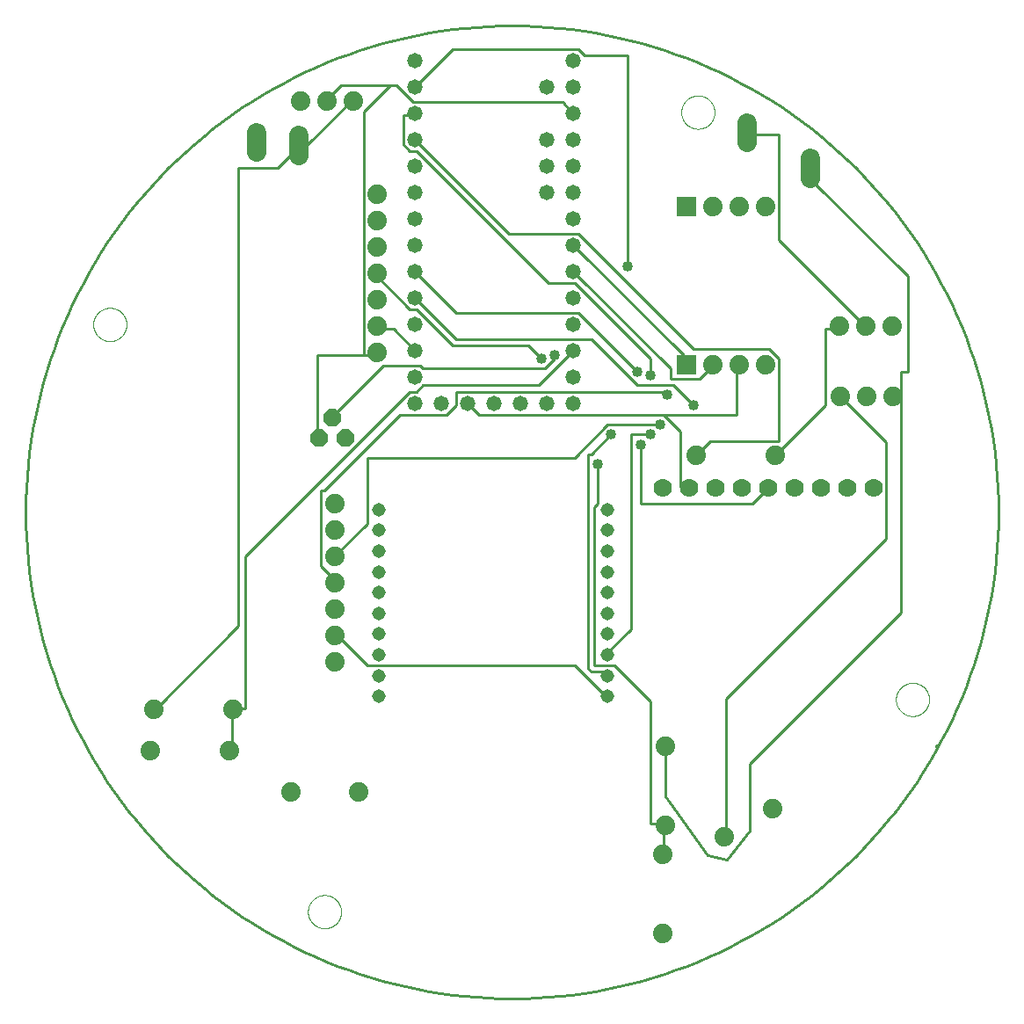
<source format=gtl>
G04 EAGLE Gerber X2 export*
%TF.Part,Single*%
%TF.FileFunction,Other,Top Layer*%
%TF.FilePolarity,Positive*%
%TF.GenerationSoftware,Autodesk,EAGLE,9.0.0*%
%TF.CreationDate,2018-04-25T18:29:15Z*%
G75*
%MOMM*%
%FSLAX34Y34*%
%LPD*%
%AMOC8*
5,1,8,0,0,1.08239X$1,22.5*%
G01*
%ADD10C,0.254000*%
%ADD11C,0.406400*%
%ADD12C,0.000000*%
%ADD13C,1.778000*%
%ADD14C,1.473200*%
%ADD15C,1.308000*%
%ADD16C,1.879600*%
%ADD17R,1.879600X1.879600*%
%ADD18C,1.879600*%
%ADD19P,1.814519X8X22.500000*%
%ADD20C,1.016000*%


D10*
X-468441Y-1524D02*
X-468300Y9972D01*
X-467877Y21461D01*
X-467172Y32937D01*
X-466185Y44391D01*
X-464918Y55818D01*
X-463371Y67211D01*
X-461544Y78562D01*
X-459440Y89864D01*
X-457059Y101112D01*
X-454402Y112298D01*
X-451472Y123415D01*
X-448270Y134457D01*
X-444798Y145417D01*
X-441058Y156289D01*
X-437052Y167066D01*
X-432783Y177741D01*
X-428253Y188308D01*
X-423466Y198760D01*
X-418423Y209092D01*
X-413128Y219298D01*
X-407584Y229370D01*
X-401795Y239303D01*
X-395764Y249091D01*
X-389494Y258728D01*
X-382990Y268208D01*
X-376255Y277526D01*
X-369294Y286676D01*
X-362110Y295652D01*
X-354708Y304449D01*
X-347092Y313062D01*
X-339267Y321485D01*
X-331238Y329714D01*
X-323009Y337743D01*
X-314586Y345568D01*
X-305973Y353184D01*
X-297176Y360586D01*
X-288200Y367770D01*
X-279050Y374731D01*
X-269732Y381466D01*
X-260252Y387970D01*
X-250615Y394240D01*
X-240827Y400271D01*
X-230894Y406060D01*
X-220822Y411604D01*
X-210616Y416899D01*
X-200284Y421942D01*
X-189832Y426729D01*
X-179265Y431259D01*
X-168590Y435528D01*
X-157813Y439534D01*
X-146941Y443274D01*
X-135981Y446746D01*
X-124939Y449948D01*
X-113822Y452878D01*
X-102636Y455535D01*
X-91388Y457916D01*
X-80086Y460020D01*
X-68735Y461847D01*
X-57342Y463394D01*
X-45915Y464661D01*
X-34461Y465648D01*
X-22985Y466353D01*
X-11496Y466776D01*
X0Y466917D01*
X11496Y466776D01*
X22985Y466353D01*
X34461Y465648D01*
X45915Y464661D01*
X57342Y463394D01*
X68735Y461847D01*
X80086Y460020D01*
X91388Y457916D01*
X102636Y455535D01*
X113822Y452878D01*
X124939Y449948D01*
X135981Y446746D01*
X146941Y443274D01*
X157813Y439534D01*
X168590Y435528D01*
X179265Y431259D01*
X189832Y426729D01*
X200284Y421942D01*
X210616Y416899D01*
X220822Y411604D01*
X230894Y406060D01*
X240827Y400271D01*
X250615Y394240D01*
X260252Y387970D01*
X269732Y381466D01*
X279050Y374731D01*
X288200Y367770D01*
X297176Y360586D01*
X305973Y353184D01*
X314586Y345568D01*
X323009Y337743D01*
X331238Y329714D01*
X339267Y321485D01*
X347092Y313062D01*
X354708Y304449D01*
X362110Y295652D01*
X369294Y286676D01*
X376255Y277526D01*
X382990Y268208D01*
X389494Y258728D01*
X395764Y249091D01*
X401795Y239303D01*
X407584Y229370D01*
X413128Y219298D01*
X418423Y209092D01*
X423466Y198760D01*
X428253Y188308D01*
X432783Y177741D01*
X437052Y167066D01*
X441058Y156289D01*
X444798Y145417D01*
X448270Y134457D01*
X451472Y123415D01*
X454402Y112298D01*
X457059Y101112D01*
X459440Y89864D01*
X461544Y78562D01*
X463371Y67211D01*
X464918Y55818D01*
X466185Y44391D01*
X467172Y32937D01*
X467877Y21461D01*
X468300Y9972D01*
X468441Y-1524D01*
X468300Y-13020D01*
X467877Y-24509D01*
X467172Y-35985D01*
X466185Y-47439D01*
X464918Y-58866D01*
X463371Y-70259D01*
X461544Y-81610D01*
X459440Y-92912D01*
X457059Y-104160D01*
X454402Y-115346D01*
X451472Y-126463D01*
X448270Y-137505D01*
X444798Y-148465D01*
X441058Y-159337D01*
X437052Y-170114D01*
X432783Y-180789D01*
X428253Y-191356D01*
X423466Y-201808D01*
X418423Y-212140D01*
X413128Y-222346D01*
X407584Y-232418D01*
X401795Y-242351D01*
X395764Y-252139D01*
X389494Y-261776D01*
X382990Y-271256D01*
X376255Y-280574D01*
X369294Y-289724D01*
X362110Y-298700D01*
X354708Y-307497D01*
X347092Y-316110D01*
X339267Y-324533D01*
X331238Y-332762D01*
X323009Y-340791D01*
X314586Y-348616D01*
X305973Y-356232D01*
X297176Y-363634D01*
X288200Y-370818D01*
X279050Y-377779D01*
X269732Y-384514D01*
X260252Y-391018D01*
X250615Y-397288D01*
X240827Y-403319D01*
X230894Y-409108D01*
X220822Y-414652D01*
X210616Y-419947D01*
X200284Y-424990D01*
X189832Y-429777D01*
X179265Y-434307D01*
X168590Y-438576D01*
X157813Y-442582D01*
X146941Y-446322D01*
X135981Y-449794D01*
X124939Y-452996D01*
X113822Y-455926D01*
X102636Y-458583D01*
X91388Y-460964D01*
X80086Y-463068D01*
X68735Y-464895D01*
X57342Y-466442D01*
X45915Y-467709D01*
X34461Y-468696D01*
X22985Y-469401D01*
X11496Y-469824D01*
X0Y-469965D01*
X-11496Y-469824D01*
X-22985Y-469401D01*
X-34461Y-468696D01*
X-45915Y-467709D01*
X-57342Y-466442D01*
X-68735Y-464895D01*
X-80086Y-463068D01*
X-91388Y-460964D01*
X-102636Y-458583D01*
X-113822Y-455926D01*
X-124939Y-452996D01*
X-135981Y-449794D01*
X-146941Y-446322D01*
X-157813Y-442582D01*
X-168590Y-438576D01*
X-179265Y-434307D01*
X-189832Y-429777D01*
X-200284Y-424990D01*
X-210616Y-419947D01*
X-220822Y-414652D01*
X-230894Y-409108D01*
X-240827Y-403319D01*
X-250615Y-397288D01*
X-260252Y-391018D01*
X-269732Y-384514D01*
X-279050Y-377779D01*
X-288200Y-370818D01*
X-297176Y-363634D01*
X-305973Y-356232D01*
X-314586Y-348616D01*
X-323009Y-340791D01*
X-331238Y-332762D01*
X-339267Y-324533D01*
X-347092Y-316110D01*
X-354708Y-307497D01*
X-362110Y-298700D01*
X-369294Y-289724D01*
X-376255Y-280574D01*
X-382990Y-271256D01*
X-389494Y-261776D01*
X-395764Y-252139D01*
X-401795Y-242351D01*
X-407584Y-232418D01*
X-413128Y-222346D01*
X-418423Y-212140D01*
X-423466Y-201808D01*
X-428253Y-191356D01*
X-432783Y-180789D01*
X-437052Y-170114D01*
X-441058Y-159337D01*
X-444798Y-148465D01*
X-448270Y-137505D01*
X-451472Y-126463D01*
X-454402Y-115346D01*
X-457059Y-104160D01*
X-459440Y-92912D01*
X-461544Y-81610D01*
X-463371Y-70259D01*
X-464918Y-58866D01*
X-466185Y-47439D01*
X-467172Y-35985D01*
X-467877Y-24509D01*
X-468300Y-13020D01*
X-468441Y-1524D01*
D11*
X409634Y-227580D02*
X409742Y-227350D01*
D12*
X163070Y383540D02*
X163075Y383933D01*
X163089Y384325D01*
X163113Y384717D01*
X163147Y385108D01*
X163190Y385499D01*
X163243Y385888D01*
X163306Y386275D01*
X163377Y386661D01*
X163459Y387046D01*
X163549Y387428D01*
X163650Y387807D01*
X163759Y388185D01*
X163878Y388559D01*
X164005Y388930D01*
X164142Y389298D01*
X164288Y389663D01*
X164443Y390024D01*
X164606Y390381D01*
X164778Y390734D01*
X164959Y391082D01*
X165149Y391426D01*
X165346Y391766D01*
X165552Y392100D01*
X165766Y392429D01*
X165989Y392753D01*
X166219Y393071D01*
X166456Y393384D01*
X166702Y393690D01*
X166955Y393991D01*
X167215Y394285D01*
X167482Y394573D01*
X167756Y394854D01*
X168037Y395128D01*
X168325Y395395D01*
X168619Y395655D01*
X168920Y395908D01*
X169226Y396154D01*
X169539Y396391D01*
X169857Y396621D01*
X170181Y396844D01*
X170510Y397058D01*
X170844Y397264D01*
X171184Y397461D01*
X171528Y397651D01*
X171876Y397832D01*
X172229Y398004D01*
X172586Y398167D01*
X172947Y398322D01*
X173312Y398468D01*
X173680Y398605D01*
X174051Y398732D01*
X174425Y398851D01*
X174803Y398960D01*
X175182Y399061D01*
X175564Y399151D01*
X175949Y399233D01*
X176335Y399304D01*
X176722Y399367D01*
X177111Y399420D01*
X177502Y399463D01*
X177893Y399497D01*
X178285Y399521D01*
X178677Y399535D01*
X179070Y399540D01*
X179463Y399535D01*
X179855Y399521D01*
X180247Y399497D01*
X180638Y399463D01*
X181029Y399420D01*
X181418Y399367D01*
X181805Y399304D01*
X182191Y399233D01*
X182576Y399151D01*
X182958Y399061D01*
X183337Y398960D01*
X183715Y398851D01*
X184089Y398732D01*
X184460Y398605D01*
X184828Y398468D01*
X185193Y398322D01*
X185554Y398167D01*
X185911Y398004D01*
X186264Y397832D01*
X186612Y397651D01*
X186956Y397461D01*
X187296Y397264D01*
X187630Y397058D01*
X187959Y396844D01*
X188283Y396621D01*
X188601Y396391D01*
X188914Y396154D01*
X189220Y395908D01*
X189521Y395655D01*
X189815Y395395D01*
X190103Y395128D01*
X190384Y394854D01*
X190658Y394573D01*
X190925Y394285D01*
X191185Y393991D01*
X191438Y393690D01*
X191684Y393384D01*
X191921Y393071D01*
X192151Y392753D01*
X192374Y392429D01*
X192588Y392100D01*
X192794Y391766D01*
X192991Y391426D01*
X193181Y391082D01*
X193362Y390734D01*
X193534Y390381D01*
X193697Y390024D01*
X193852Y389663D01*
X193998Y389298D01*
X194135Y388930D01*
X194262Y388559D01*
X194381Y388185D01*
X194490Y387807D01*
X194591Y387428D01*
X194681Y387046D01*
X194763Y386661D01*
X194834Y386275D01*
X194897Y385888D01*
X194950Y385499D01*
X194993Y385108D01*
X195027Y384717D01*
X195051Y384325D01*
X195065Y383933D01*
X195070Y383540D01*
X195065Y383147D01*
X195051Y382755D01*
X195027Y382363D01*
X194993Y381972D01*
X194950Y381581D01*
X194897Y381192D01*
X194834Y380805D01*
X194763Y380419D01*
X194681Y380034D01*
X194591Y379652D01*
X194490Y379273D01*
X194381Y378895D01*
X194262Y378521D01*
X194135Y378150D01*
X193998Y377782D01*
X193852Y377417D01*
X193697Y377056D01*
X193534Y376699D01*
X193362Y376346D01*
X193181Y375998D01*
X192991Y375654D01*
X192794Y375314D01*
X192588Y374980D01*
X192374Y374651D01*
X192151Y374327D01*
X191921Y374009D01*
X191684Y373696D01*
X191438Y373390D01*
X191185Y373089D01*
X190925Y372795D01*
X190658Y372507D01*
X190384Y372226D01*
X190103Y371952D01*
X189815Y371685D01*
X189521Y371425D01*
X189220Y371172D01*
X188914Y370926D01*
X188601Y370689D01*
X188283Y370459D01*
X187959Y370236D01*
X187630Y370022D01*
X187296Y369816D01*
X186956Y369619D01*
X186612Y369429D01*
X186264Y369248D01*
X185911Y369076D01*
X185554Y368913D01*
X185193Y368758D01*
X184828Y368612D01*
X184460Y368475D01*
X184089Y368348D01*
X183715Y368229D01*
X183337Y368120D01*
X182958Y368019D01*
X182576Y367929D01*
X182191Y367847D01*
X181805Y367776D01*
X181418Y367713D01*
X181029Y367660D01*
X180638Y367617D01*
X180247Y367583D01*
X179855Y367559D01*
X179463Y367545D01*
X179070Y367540D01*
X178677Y367545D01*
X178285Y367559D01*
X177893Y367583D01*
X177502Y367617D01*
X177111Y367660D01*
X176722Y367713D01*
X176335Y367776D01*
X175949Y367847D01*
X175564Y367929D01*
X175182Y368019D01*
X174803Y368120D01*
X174425Y368229D01*
X174051Y368348D01*
X173680Y368475D01*
X173312Y368612D01*
X172947Y368758D01*
X172586Y368913D01*
X172229Y369076D01*
X171876Y369248D01*
X171528Y369429D01*
X171184Y369619D01*
X170844Y369816D01*
X170510Y370022D01*
X170181Y370236D01*
X169857Y370459D01*
X169539Y370689D01*
X169226Y370926D01*
X168920Y371172D01*
X168619Y371425D01*
X168325Y371685D01*
X168037Y371952D01*
X167756Y372226D01*
X167482Y372507D01*
X167215Y372795D01*
X166955Y373089D01*
X166702Y373390D01*
X166456Y373696D01*
X166219Y374009D01*
X165989Y374327D01*
X165766Y374651D01*
X165552Y374980D01*
X165346Y375314D01*
X165149Y375654D01*
X164959Y375998D01*
X164778Y376346D01*
X164606Y376699D01*
X164443Y377056D01*
X164288Y377417D01*
X164142Y377782D01*
X164005Y378150D01*
X163878Y378521D01*
X163759Y378895D01*
X163650Y379273D01*
X163549Y379652D01*
X163459Y380034D01*
X163377Y380419D01*
X163306Y380805D01*
X163243Y381192D01*
X163190Y381581D01*
X163147Y381972D01*
X163113Y382363D01*
X163089Y382755D01*
X163075Y383147D01*
X163070Y383540D01*
X369826Y-182118D02*
X369831Y-181725D01*
X369845Y-181333D01*
X369869Y-180941D01*
X369903Y-180550D01*
X369946Y-180159D01*
X369999Y-179770D01*
X370062Y-179383D01*
X370133Y-178997D01*
X370215Y-178612D01*
X370305Y-178230D01*
X370406Y-177851D01*
X370515Y-177473D01*
X370634Y-177099D01*
X370761Y-176728D01*
X370898Y-176360D01*
X371044Y-175995D01*
X371199Y-175634D01*
X371362Y-175277D01*
X371534Y-174924D01*
X371715Y-174576D01*
X371905Y-174232D01*
X372102Y-173892D01*
X372308Y-173558D01*
X372522Y-173229D01*
X372745Y-172905D01*
X372975Y-172587D01*
X373212Y-172274D01*
X373458Y-171968D01*
X373711Y-171667D01*
X373971Y-171373D01*
X374238Y-171085D01*
X374512Y-170804D01*
X374793Y-170530D01*
X375081Y-170263D01*
X375375Y-170003D01*
X375676Y-169750D01*
X375982Y-169504D01*
X376295Y-169267D01*
X376613Y-169037D01*
X376937Y-168814D01*
X377266Y-168600D01*
X377600Y-168394D01*
X377940Y-168197D01*
X378284Y-168007D01*
X378632Y-167826D01*
X378985Y-167654D01*
X379342Y-167491D01*
X379703Y-167336D01*
X380068Y-167190D01*
X380436Y-167053D01*
X380807Y-166926D01*
X381181Y-166807D01*
X381559Y-166698D01*
X381938Y-166597D01*
X382320Y-166507D01*
X382705Y-166425D01*
X383091Y-166354D01*
X383478Y-166291D01*
X383867Y-166238D01*
X384258Y-166195D01*
X384649Y-166161D01*
X385041Y-166137D01*
X385433Y-166123D01*
X385826Y-166118D01*
X386219Y-166123D01*
X386611Y-166137D01*
X387003Y-166161D01*
X387394Y-166195D01*
X387785Y-166238D01*
X388174Y-166291D01*
X388561Y-166354D01*
X388947Y-166425D01*
X389332Y-166507D01*
X389714Y-166597D01*
X390093Y-166698D01*
X390471Y-166807D01*
X390845Y-166926D01*
X391216Y-167053D01*
X391584Y-167190D01*
X391949Y-167336D01*
X392310Y-167491D01*
X392667Y-167654D01*
X393020Y-167826D01*
X393368Y-168007D01*
X393712Y-168197D01*
X394052Y-168394D01*
X394386Y-168600D01*
X394715Y-168814D01*
X395039Y-169037D01*
X395357Y-169267D01*
X395670Y-169504D01*
X395976Y-169750D01*
X396277Y-170003D01*
X396571Y-170263D01*
X396859Y-170530D01*
X397140Y-170804D01*
X397414Y-171085D01*
X397681Y-171373D01*
X397941Y-171667D01*
X398194Y-171968D01*
X398440Y-172274D01*
X398677Y-172587D01*
X398907Y-172905D01*
X399130Y-173229D01*
X399344Y-173558D01*
X399550Y-173892D01*
X399747Y-174232D01*
X399937Y-174576D01*
X400118Y-174924D01*
X400290Y-175277D01*
X400453Y-175634D01*
X400608Y-175995D01*
X400754Y-176360D01*
X400891Y-176728D01*
X401018Y-177099D01*
X401137Y-177473D01*
X401246Y-177851D01*
X401347Y-178230D01*
X401437Y-178612D01*
X401519Y-178997D01*
X401590Y-179383D01*
X401653Y-179770D01*
X401706Y-180159D01*
X401749Y-180550D01*
X401783Y-180941D01*
X401807Y-181333D01*
X401821Y-181725D01*
X401826Y-182118D01*
X401821Y-182511D01*
X401807Y-182903D01*
X401783Y-183295D01*
X401749Y-183686D01*
X401706Y-184077D01*
X401653Y-184466D01*
X401590Y-184853D01*
X401519Y-185239D01*
X401437Y-185624D01*
X401347Y-186006D01*
X401246Y-186385D01*
X401137Y-186763D01*
X401018Y-187137D01*
X400891Y-187508D01*
X400754Y-187876D01*
X400608Y-188241D01*
X400453Y-188602D01*
X400290Y-188959D01*
X400118Y-189312D01*
X399937Y-189660D01*
X399747Y-190004D01*
X399550Y-190344D01*
X399344Y-190678D01*
X399130Y-191007D01*
X398907Y-191331D01*
X398677Y-191649D01*
X398440Y-191962D01*
X398194Y-192268D01*
X397941Y-192569D01*
X397681Y-192863D01*
X397414Y-193151D01*
X397140Y-193432D01*
X396859Y-193706D01*
X396571Y-193973D01*
X396277Y-194233D01*
X395976Y-194486D01*
X395670Y-194732D01*
X395357Y-194969D01*
X395039Y-195199D01*
X394715Y-195422D01*
X394386Y-195636D01*
X394052Y-195842D01*
X393712Y-196039D01*
X393368Y-196229D01*
X393020Y-196410D01*
X392667Y-196582D01*
X392310Y-196745D01*
X391949Y-196900D01*
X391584Y-197046D01*
X391216Y-197183D01*
X390845Y-197310D01*
X390471Y-197429D01*
X390093Y-197538D01*
X389714Y-197639D01*
X389332Y-197729D01*
X388947Y-197811D01*
X388561Y-197882D01*
X388174Y-197945D01*
X387785Y-197998D01*
X387394Y-198041D01*
X387003Y-198075D01*
X386611Y-198099D01*
X386219Y-198113D01*
X385826Y-198118D01*
X385433Y-198113D01*
X385041Y-198099D01*
X384649Y-198075D01*
X384258Y-198041D01*
X383867Y-197998D01*
X383478Y-197945D01*
X383091Y-197882D01*
X382705Y-197811D01*
X382320Y-197729D01*
X381938Y-197639D01*
X381559Y-197538D01*
X381181Y-197429D01*
X380807Y-197310D01*
X380436Y-197183D01*
X380068Y-197046D01*
X379703Y-196900D01*
X379342Y-196745D01*
X378985Y-196582D01*
X378632Y-196410D01*
X378284Y-196229D01*
X377940Y-196039D01*
X377600Y-195842D01*
X377266Y-195636D01*
X376937Y-195422D01*
X376613Y-195199D01*
X376295Y-194969D01*
X375982Y-194732D01*
X375676Y-194486D01*
X375375Y-194233D01*
X375081Y-193973D01*
X374793Y-193706D01*
X374512Y-193432D01*
X374238Y-193151D01*
X373971Y-192863D01*
X373711Y-192569D01*
X373458Y-192268D01*
X373212Y-191962D01*
X372975Y-191649D01*
X372745Y-191331D01*
X372522Y-191007D01*
X372308Y-190678D01*
X372102Y-190344D01*
X371905Y-190004D01*
X371715Y-189660D01*
X371534Y-189312D01*
X371362Y-188959D01*
X371199Y-188602D01*
X371044Y-188241D01*
X370898Y-187876D01*
X370761Y-187508D01*
X370634Y-187137D01*
X370515Y-186763D01*
X370406Y-186385D01*
X370305Y-186006D01*
X370215Y-185624D01*
X370133Y-185239D01*
X370062Y-184853D01*
X369999Y-184466D01*
X369946Y-184077D01*
X369903Y-183686D01*
X369869Y-183295D01*
X369845Y-182903D01*
X369831Y-182511D01*
X369826Y-182118D01*
X-403350Y179070D02*
X-403345Y179463D01*
X-403331Y179855D01*
X-403307Y180247D01*
X-403273Y180638D01*
X-403230Y181029D01*
X-403177Y181418D01*
X-403114Y181805D01*
X-403043Y182191D01*
X-402961Y182576D01*
X-402871Y182958D01*
X-402770Y183337D01*
X-402661Y183715D01*
X-402542Y184089D01*
X-402415Y184460D01*
X-402278Y184828D01*
X-402132Y185193D01*
X-401977Y185554D01*
X-401814Y185911D01*
X-401642Y186264D01*
X-401461Y186612D01*
X-401271Y186956D01*
X-401074Y187296D01*
X-400868Y187630D01*
X-400654Y187959D01*
X-400431Y188283D01*
X-400201Y188601D01*
X-399964Y188914D01*
X-399718Y189220D01*
X-399465Y189521D01*
X-399205Y189815D01*
X-398938Y190103D01*
X-398664Y190384D01*
X-398383Y190658D01*
X-398095Y190925D01*
X-397801Y191185D01*
X-397500Y191438D01*
X-397194Y191684D01*
X-396881Y191921D01*
X-396563Y192151D01*
X-396239Y192374D01*
X-395910Y192588D01*
X-395576Y192794D01*
X-395236Y192991D01*
X-394892Y193181D01*
X-394544Y193362D01*
X-394191Y193534D01*
X-393834Y193697D01*
X-393473Y193852D01*
X-393108Y193998D01*
X-392740Y194135D01*
X-392369Y194262D01*
X-391995Y194381D01*
X-391617Y194490D01*
X-391238Y194591D01*
X-390856Y194681D01*
X-390471Y194763D01*
X-390085Y194834D01*
X-389698Y194897D01*
X-389309Y194950D01*
X-388918Y194993D01*
X-388527Y195027D01*
X-388135Y195051D01*
X-387743Y195065D01*
X-387350Y195070D01*
X-386957Y195065D01*
X-386565Y195051D01*
X-386173Y195027D01*
X-385782Y194993D01*
X-385391Y194950D01*
X-385002Y194897D01*
X-384615Y194834D01*
X-384229Y194763D01*
X-383844Y194681D01*
X-383462Y194591D01*
X-383083Y194490D01*
X-382705Y194381D01*
X-382331Y194262D01*
X-381960Y194135D01*
X-381592Y193998D01*
X-381227Y193852D01*
X-380866Y193697D01*
X-380509Y193534D01*
X-380156Y193362D01*
X-379808Y193181D01*
X-379464Y192991D01*
X-379124Y192794D01*
X-378790Y192588D01*
X-378461Y192374D01*
X-378137Y192151D01*
X-377819Y191921D01*
X-377506Y191684D01*
X-377200Y191438D01*
X-376899Y191185D01*
X-376605Y190925D01*
X-376317Y190658D01*
X-376036Y190384D01*
X-375762Y190103D01*
X-375495Y189815D01*
X-375235Y189521D01*
X-374982Y189220D01*
X-374736Y188914D01*
X-374499Y188601D01*
X-374269Y188283D01*
X-374046Y187959D01*
X-373832Y187630D01*
X-373626Y187296D01*
X-373429Y186956D01*
X-373239Y186612D01*
X-373058Y186264D01*
X-372886Y185911D01*
X-372723Y185554D01*
X-372568Y185193D01*
X-372422Y184828D01*
X-372285Y184460D01*
X-372158Y184089D01*
X-372039Y183715D01*
X-371930Y183337D01*
X-371829Y182958D01*
X-371739Y182576D01*
X-371657Y182191D01*
X-371586Y181805D01*
X-371523Y181418D01*
X-371470Y181029D01*
X-371427Y180638D01*
X-371393Y180247D01*
X-371369Y179855D01*
X-371355Y179463D01*
X-371350Y179070D01*
X-371355Y178677D01*
X-371369Y178285D01*
X-371393Y177893D01*
X-371427Y177502D01*
X-371470Y177111D01*
X-371523Y176722D01*
X-371586Y176335D01*
X-371657Y175949D01*
X-371739Y175564D01*
X-371829Y175182D01*
X-371930Y174803D01*
X-372039Y174425D01*
X-372158Y174051D01*
X-372285Y173680D01*
X-372422Y173312D01*
X-372568Y172947D01*
X-372723Y172586D01*
X-372886Y172229D01*
X-373058Y171876D01*
X-373239Y171528D01*
X-373429Y171184D01*
X-373626Y170844D01*
X-373832Y170510D01*
X-374046Y170181D01*
X-374269Y169857D01*
X-374499Y169539D01*
X-374736Y169226D01*
X-374982Y168920D01*
X-375235Y168619D01*
X-375495Y168325D01*
X-375762Y168037D01*
X-376036Y167756D01*
X-376317Y167482D01*
X-376605Y167215D01*
X-376899Y166955D01*
X-377200Y166702D01*
X-377506Y166456D01*
X-377819Y166219D01*
X-378137Y165989D01*
X-378461Y165766D01*
X-378790Y165552D01*
X-379124Y165346D01*
X-379464Y165149D01*
X-379808Y164959D01*
X-380156Y164778D01*
X-380509Y164606D01*
X-380866Y164443D01*
X-381227Y164288D01*
X-381592Y164142D01*
X-381960Y164005D01*
X-382331Y163878D01*
X-382705Y163759D01*
X-383083Y163650D01*
X-383462Y163549D01*
X-383844Y163459D01*
X-384229Y163377D01*
X-384615Y163306D01*
X-385002Y163243D01*
X-385391Y163190D01*
X-385782Y163147D01*
X-386173Y163113D01*
X-386565Y163089D01*
X-386957Y163075D01*
X-387350Y163070D01*
X-387743Y163075D01*
X-388135Y163089D01*
X-388527Y163113D01*
X-388918Y163147D01*
X-389309Y163190D01*
X-389698Y163243D01*
X-390085Y163306D01*
X-390471Y163377D01*
X-390856Y163459D01*
X-391238Y163549D01*
X-391617Y163650D01*
X-391995Y163759D01*
X-392369Y163878D01*
X-392740Y164005D01*
X-393108Y164142D01*
X-393473Y164288D01*
X-393834Y164443D01*
X-394191Y164606D01*
X-394544Y164778D01*
X-394892Y164959D01*
X-395236Y165149D01*
X-395576Y165346D01*
X-395910Y165552D01*
X-396239Y165766D01*
X-396563Y165989D01*
X-396881Y166219D01*
X-397194Y166456D01*
X-397500Y166702D01*
X-397801Y166955D01*
X-398095Y167215D01*
X-398383Y167482D01*
X-398664Y167756D01*
X-398938Y168037D01*
X-399205Y168325D01*
X-399465Y168619D01*
X-399718Y168920D01*
X-399964Y169226D01*
X-400201Y169539D01*
X-400431Y169857D01*
X-400654Y170181D01*
X-400868Y170510D01*
X-401074Y170844D01*
X-401271Y171184D01*
X-401461Y171528D01*
X-401642Y171876D01*
X-401814Y172229D01*
X-401977Y172586D01*
X-402132Y172947D01*
X-402278Y173312D01*
X-402415Y173680D01*
X-402542Y174051D01*
X-402661Y174425D01*
X-402770Y174803D01*
X-402871Y175182D01*
X-402961Y175564D01*
X-403043Y175949D01*
X-403114Y176335D01*
X-403177Y176722D01*
X-403230Y177111D01*
X-403273Y177502D01*
X-403307Y177893D01*
X-403331Y178285D01*
X-403345Y178677D01*
X-403350Y179070D01*
X-196594Y-386588D02*
X-196589Y-386195D01*
X-196575Y-385803D01*
X-196551Y-385411D01*
X-196517Y-385020D01*
X-196474Y-384629D01*
X-196421Y-384240D01*
X-196358Y-383853D01*
X-196287Y-383467D01*
X-196205Y-383082D01*
X-196115Y-382700D01*
X-196014Y-382321D01*
X-195905Y-381943D01*
X-195786Y-381569D01*
X-195659Y-381198D01*
X-195522Y-380830D01*
X-195376Y-380465D01*
X-195221Y-380104D01*
X-195058Y-379747D01*
X-194886Y-379394D01*
X-194705Y-379046D01*
X-194515Y-378702D01*
X-194318Y-378362D01*
X-194112Y-378028D01*
X-193898Y-377699D01*
X-193675Y-377375D01*
X-193445Y-377057D01*
X-193208Y-376744D01*
X-192962Y-376438D01*
X-192709Y-376137D01*
X-192449Y-375843D01*
X-192182Y-375555D01*
X-191908Y-375274D01*
X-191627Y-375000D01*
X-191339Y-374733D01*
X-191045Y-374473D01*
X-190744Y-374220D01*
X-190438Y-373974D01*
X-190125Y-373737D01*
X-189807Y-373507D01*
X-189483Y-373284D01*
X-189154Y-373070D01*
X-188820Y-372864D01*
X-188480Y-372667D01*
X-188136Y-372477D01*
X-187788Y-372296D01*
X-187435Y-372124D01*
X-187078Y-371961D01*
X-186717Y-371806D01*
X-186352Y-371660D01*
X-185984Y-371523D01*
X-185613Y-371396D01*
X-185239Y-371277D01*
X-184861Y-371168D01*
X-184482Y-371067D01*
X-184100Y-370977D01*
X-183715Y-370895D01*
X-183329Y-370824D01*
X-182942Y-370761D01*
X-182553Y-370708D01*
X-182162Y-370665D01*
X-181771Y-370631D01*
X-181379Y-370607D01*
X-180987Y-370593D01*
X-180594Y-370588D01*
X-180201Y-370593D01*
X-179809Y-370607D01*
X-179417Y-370631D01*
X-179026Y-370665D01*
X-178635Y-370708D01*
X-178246Y-370761D01*
X-177859Y-370824D01*
X-177473Y-370895D01*
X-177088Y-370977D01*
X-176706Y-371067D01*
X-176327Y-371168D01*
X-175949Y-371277D01*
X-175575Y-371396D01*
X-175204Y-371523D01*
X-174836Y-371660D01*
X-174471Y-371806D01*
X-174110Y-371961D01*
X-173753Y-372124D01*
X-173400Y-372296D01*
X-173052Y-372477D01*
X-172708Y-372667D01*
X-172368Y-372864D01*
X-172034Y-373070D01*
X-171705Y-373284D01*
X-171381Y-373507D01*
X-171063Y-373737D01*
X-170750Y-373974D01*
X-170444Y-374220D01*
X-170143Y-374473D01*
X-169849Y-374733D01*
X-169561Y-375000D01*
X-169280Y-375274D01*
X-169006Y-375555D01*
X-168739Y-375843D01*
X-168479Y-376137D01*
X-168226Y-376438D01*
X-167980Y-376744D01*
X-167743Y-377057D01*
X-167513Y-377375D01*
X-167290Y-377699D01*
X-167076Y-378028D01*
X-166870Y-378362D01*
X-166673Y-378702D01*
X-166483Y-379046D01*
X-166302Y-379394D01*
X-166130Y-379747D01*
X-165967Y-380104D01*
X-165812Y-380465D01*
X-165666Y-380830D01*
X-165529Y-381198D01*
X-165402Y-381569D01*
X-165283Y-381943D01*
X-165174Y-382321D01*
X-165073Y-382700D01*
X-164983Y-383082D01*
X-164901Y-383467D01*
X-164830Y-383853D01*
X-164767Y-384240D01*
X-164714Y-384629D01*
X-164671Y-385020D01*
X-164637Y-385411D01*
X-164613Y-385803D01*
X-164599Y-386195D01*
X-164594Y-386588D01*
X-164599Y-386981D01*
X-164613Y-387373D01*
X-164637Y-387765D01*
X-164671Y-388156D01*
X-164714Y-388547D01*
X-164767Y-388936D01*
X-164830Y-389323D01*
X-164901Y-389709D01*
X-164983Y-390094D01*
X-165073Y-390476D01*
X-165174Y-390855D01*
X-165283Y-391233D01*
X-165402Y-391607D01*
X-165529Y-391978D01*
X-165666Y-392346D01*
X-165812Y-392711D01*
X-165967Y-393072D01*
X-166130Y-393429D01*
X-166302Y-393782D01*
X-166483Y-394130D01*
X-166673Y-394474D01*
X-166870Y-394814D01*
X-167076Y-395148D01*
X-167290Y-395477D01*
X-167513Y-395801D01*
X-167743Y-396119D01*
X-167980Y-396432D01*
X-168226Y-396738D01*
X-168479Y-397039D01*
X-168739Y-397333D01*
X-169006Y-397621D01*
X-169280Y-397902D01*
X-169561Y-398176D01*
X-169849Y-398443D01*
X-170143Y-398703D01*
X-170444Y-398956D01*
X-170750Y-399202D01*
X-171063Y-399439D01*
X-171381Y-399669D01*
X-171705Y-399892D01*
X-172034Y-400106D01*
X-172368Y-400312D01*
X-172708Y-400509D01*
X-173052Y-400699D01*
X-173400Y-400880D01*
X-173753Y-401052D01*
X-174110Y-401215D01*
X-174471Y-401370D01*
X-174836Y-401516D01*
X-175204Y-401653D01*
X-175575Y-401780D01*
X-175949Y-401899D01*
X-176327Y-402008D01*
X-176706Y-402109D01*
X-177088Y-402199D01*
X-177473Y-402281D01*
X-177859Y-402352D01*
X-178246Y-402415D01*
X-178635Y-402468D01*
X-179026Y-402511D01*
X-179417Y-402545D01*
X-179809Y-402569D01*
X-180201Y-402583D01*
X-180594Y-402588D01*
X-180987Y-402583D01*
X-181379Y-402569D01*
X-181771Y-402545D01*
X-182162Y-402511D01*
X-182553Y-402468D01*
X-182942Y-402415D01*
X-183329Y-402352D01*
X-183715Y-402281D01*
X-184100Y-402199D01*
X-184482Y-402109D01*
X-184861Y-402008D01*
X-185239Y-401899D01*
X-185613Y-401780D01*
X-185984Y-401653D01*
X-186352Y-401516D01*
X-186717Y-401370D01*
X-187078Y-401215D01*
X-187435Y-401052D01*
X-187788Y-400880D01*
X-188136Y-400699D01*
X-188480Y-400509D01*
X-188820Y-400312D01*
X-189154Y-400106D01*
X-189483Y-399892D01*
X-189807Y-399669D01*
X-190125Y-399439D01*
X-190438Y-399202D01*
X-190744Y-398956D01*
X-191045Y-398703D01*
X-191339Y-398443D01*
X-191627Y-398176D01*
X-191908Y-397902D01*
X-192182Y-397621D01*
X-192449Y-397333D01*
X-192709Y-397039D01*
X-192962Y-396738D01*
X-193208Y-396432D01*
X-193445Y-396119D01*
X-193675Y-395801D01*
X-193898Y-395477D01*
X-194112Y-395148D01*
X-194318Y-394814D01*
X-194515Y-394474D01*
X-194705Y-394130D01*
X-194886Y-393782D01*
X-195058Y-393429D01*
X-195221Y-393072D01*
X-195376Y-392711D01*
X-195522Y-392346D01*
X-195659Y-391978D01*
X-195786Y-391607D01*
X-195905Y-391233D01*
X-196014Y-390855D01*
X-196115Y-390476D01*
X-196205Y-390094D01*
X-196287Y-389709D01*
X-196358Y-389323D01*
X-196421Y-388936D01*
X-196474Y-388547D01*
X-196517Y-388156D01*
X-196551Y-387765D01*
X-196575Y-387373D01*
X-196589Y-386981D01*
X-196594Y-386588D01*
D13*
X144781Y21335D03*
X170181Y21335D03*
X195581Y21335D03*
X220981Y21335D03*
X246381Y21335D03*
X271781Y21335D03*
X297181Y21335D03*
X322581Y21335D03*
X347981Y21335D03*
D14*
X-93472Y433578D03*
X-93472Y408178D03*
X-93472Y382778D03*
X-93472Y357378D03*
X-93472Y331978D03*
X-93472Y306578D03*
X-93472Y281178D03*
X-93472Y255778D03*
X-93472Y230378D03*
X-93472Y204978D03*
X-93472Y179578D03*
X-93472Y154178D03*
X-93472Y128778D03*
X-93472Y103378D03*
X-68072Y103378D03*
X-42672Y103378D03*
X-17272Y103378D03*
X8128Y103378D03*
X33528Y103378D03*
X58928Y103378D03*
X58928Y128778D03*
X58928Y154178D03*
X58928Y179578D03*
X58928Y204978D03*
X58928Y230378D03*
X58928Y255778D03*
X58928Y281178D03*
X58928Y306578D03*
X58928Y331978D03*
X58928Y357378D03*
X58928Y382778D03*
X58928Y408178D03*
X33528Y408178D03*
X33528Y357378D03*
X33528Y331978D03*
X33528Y306578D03*
X58928Y433578D03*
D15*
X91881Y-179164D03*
X91881Y-159164D03*
X91881Y-139164D03*
X91881Y-119164D03*
X91881Y-99164D03*
X91881Y-79164D03*
X91881Y-59164D03*
X91881Y-39164D03*
X91881Y-19164D03*
X91881Y836D03*
X-128119Y836D03*
X-128119Y-19164D03*
X-128119Y-39164D03*
X-128119Y-59164D03*
X-128119Y-79164D03*
X-128119Y-99164D03*
X-128119Y-119164D03*
X-128119Y-139164D03*
X-128119Y-159164D03*
X-128119Y-179164D03*
D16*
X-129794Y304379D03*
X-129794Y278979D03*
X-129794Y253579D03*
X-129794Y228179D03*
X-129794Y202779D03*
X-129794Y177379D03*
X-129794Y151979D03*
D17*
X167894Y292354D03*
D16*
X193294Y292354D03*
X218694Y292354D03*
X244094Y292354D03*
D17*
X167894Y139954D03*
D16*
X193294Y139954D03*
X218694Y139954D03*
X244094Y139954D03*
X-170774Y-146029D03*
X-170774Y-120629D03*
X-170774Y-95229D03*
X-170774Y-69829D03*
X-170774Y-44429D03*
X-170774Y-19029D03*
X-170774Y6371D03*
X204724Y-314706D03*
X-147678Y-271266D03*
X-212678Y-271266D03*
X316462Y109418D03*
X341862Y109418D03*
X367262Y109418D03*
X-203454Y394208D03*
X-178054Y394208D03*
X-152654Y394208D03*
X315638Y177552D03*
X341038Y177552D03*
X366438Y177552D03*
D18*
X-246042Y345018D02*
X-246042Y363814D01*
X-205232Y360934D02*
X-205232Y342138D01*
X287529Y338922D02*
X287529Y320126D01*
D19*
X-185591Y70108D03*
X-172891Y89158D03*
X-160191Y70108D03*
D16*
X253628Y53207D03*
X177428Y53207D03*
X-345278Y-191763D03*
X-269078Y-191763D03*
X-271944Y-231384D03*
X-348144Y-231384D03*
X147317Y-227252D03*
X147317Y-303452D03*
X145542Y-330964D03*
X145542Y-407164D03*
D18*
X226314Y354076D02*
X226314Y372872D01*
D16*
X251435Y-286991D03*
D10*
X-31750Y92075D02*
X-41275Y101600D01*
X-31750Y92075D02*
X146050Y92075D01*
X161925Y76200D01*
X161925Y22225D01*
X168275Y22225D01*
X-41275Y101600D02*
X-42672Y103378D01*
X168275Y22225D02*
X170181Y21335D01*
X346075Y22225D02*
X347981Y21335D01*
X215900Y92075D02*
X215900Y139700D01*
X215900Y92075D02*
X146050Y92075D01*
X215900Y139700D02*
X218694Y139954D01*
X60325Y-149225D02*
X88900Y-177800D01*
X60325Y-149225D02*
X-139700Y-149225D01*
X-168275Y-120650D01*
X88900Y-177800D02*
X91881Y-179164D01*
X-168275Y-120650D02*
X-170774Y-120629D01*
X-171450Y-120650D01*
X-187325Y73025D02*
X-187325Y149225D01*
X-142875Y149225D02*
X-130175Y149225D01*
X-142875Y149225D02*
X-187325Y149225D01*
X-187325Y73025D02*
X-185591Y70108D01*
X-130175Y149225D02*
X-129794Y151979D01*
X-177800Y396875D02*
X-165100Y409575D01*
X-117475Y409575D02*
X-111125Y409575D01*
X-117475Y409575D02*
X-165100Y409575D01*
X-111125Y409575D02*
X-95250Y393700D01*
X49102Y393700D01*
X-177800Y396875D02*
X-178054Y394208D01*
X-142875Y384175D02*
X-142875Y149225D01*
X-142875Y384175D02*
X-117475Y409575D01*
X49102Y393700D02*
X49102Y392604D01*
X58928Y382778D01*
X-92075Y203200D02*
X-53975Y165100D01*
X76200Y165100D01*
X120650Y120650D01*
X155575Y120650D01*
X174625Y101600D01*
X-92075Y203200D02*
X-93472Y204978D01*
D20*
X174625Y101600D03*
D10*
X-53975Y190500D02*
X-92075Y228600D01*
X-53975Y190500D02*
X63500Y190500D01*
X120650Y133350D01*
X123825Y63500D02*
X123825Y6350D01*
X231775Y6350D01*
X244475Y19050D01*
X-92075Y228600D02*
X-93472Y230378D01*
X244475Y19050D02*
X246381Y21335D01*
D20*
X120650Y133350D03*
X123825Y63500D03*
D10*
X85725Y-155575D02*
X88900Y-158750D01*
X85725Y-155575D02*
X76200Y-155575D01*
X73025Y-152400D01*
X73025Y53975D01*
X76200Y53975D01*
X95250Y73025D01*
X111125Y234950D02*
X111125Y438150D01*
X69850Y438150D01*
X63500Y444500D01*
X-57150Y444500D01*
X-93472Y408178D01*
X88900Y-158750D02*
X91881Y-159164D01*
D20*
X95250Y73025D03*
X111125Y234950D03*
D10*
X114300Y-114300D02*
X92075Y-136525D01*
X114300Y-114300D02*
X114300Y73025D01*
X133350Y73025D01*
X133350Y130175D02*
X133350Y146050D01*
X60325Y219075D01*
X34925Y219075D01*
X-92075Y346075D01*
X-98425Y346075D01*
X-104775Y352425D01*
X-104775Y381000D01*
X-95250Y381000D01*
X92075Y-136525D02*
X91881Y-139164D01*
X-95250Y381000D02*
X-93472Y382778D01*
D20*
X133350Y73025D03*
X133350Y130175D03*
D10*
X28575Y146050D02*
X15875Y158750D01*
X-57150Y158750D01*
X-92075Y193675D01*
X-98425Y193675D01*
X-130175Y225425D01*
X-129794Y228179D01*
D20*
X28575Y146050D03*
D10*
X-95250Y155575D02*
X-114300Y174625D01*
X-127000Y174625D01*
X-95250Y155575D02*
X-93472Y154178D01*
X-127000Y174625D02*
X-129794Y177379D01*
X-3175Y266700D02*
X-92075Y355600D01*
X-3175Y266700D02*
X63500Y266700D01*
X174625Y155575D01*
X247650Y155575D01*
X257175Y146050D01*
X257175Y66675D01*
X190500Y66675D01*
X177800Y53975D01*
X-92075Y355600D02*
X-93472Y357378D01*
X177800Y53975D02*
X177428Y53207D01*
X152400Y136525D02*
X60325Y228600D01*
X152400Y136525D02*
X152400Y127000D01*
X180975Y127000D01*
X193675Y139700D01*
X60325Y228600D02*
X58928Y230378D01*
X193294Y139954D02*
X193675Y139700D01*
X-139700Y-12700D02*
X-168275Y-41275D01*
X-139700Y-12700D02*
X-139700Y50800D01*
X60325Y50800D01*
X92075Y82550D01*
X142875Y82550D01*
X-168275Y-41275D02*
X-170774Y-44429D01*
D20*
X142875Y82550D03*
D10*
X165100Y149225D02*
X60325Y254000D01*
X165100Y149225D02*
X165100Y142875D01*
X60325Y254000D02*
X58928Y255778D01*
X165100Y142875D02*
X167894Y139954D01*
X-171450Y-66675D02*
X-184150Y-53975D01*
X-184150Y19050D01*
X-180975Y19050D01*
X-107950Y92075D01*
X-63500Y92075D01*
X-53975Y101600D01*
X-53975Y114300D01*
X146050Y114300D01*
X149225Y111125D01*
X-171450Y-66675D02*
X-170774Y-69829D01*
D20*
X149225Y111125D03*
D10*
X-263525Y-111125D02*
X-342900Y-190500D01*
X-263525Y-111125D02*
X-263525Y330200D01*
X-225425Y330200D01*
X-206375Y349250D01*
X-342900Y-190500D02*
X-345278Y-191763D01*
X-206375Y349250D02*
X-205232Y351536D01*
X-196850Y352425D02*
X-155575Y393700D01*
X-196850Y352425D02*
X-203200Y352425D01*
X-155575Y393700D02*
X-152654Y394208D01*
X-203200Y352425D02*
X-205232Y351536D01*
X204724Y-314706D02*
X206375Y-314325D01*
X360191Y65689D02*
X316462Y109418D01*
X360191Y65689D02*
X360191Y-27226D01*
X206375Y-181042D01*
X206375Y-314325D01*
X41275Y146050D02*
X41275Y149225D01*
X41275Y146050D02*
X31750Y136525D01*
X-85725Y136525D01*
X-88900Y139700D01*
X-123825Y139700D01*
X-171450Y92075D01*
X-172891Y89158D01*
D20*
X41275Y149225D03*
D10*
X288925Y317500D02*
X381000Y225425D01*
X381000Y133350D01*
X374650Y133350D01*
X288925Y317500D02*
X287529Y320126D01*
X374650Y133350D02*
X374650Y-98249D01*
X228988Y-243911D01*
X228988Y-308428D01*
X206606Y-336736D01*
X188450Y-332504D01*
X147317Y-275285D01*
X147317Y-227252D01*
X25400Y120650D02*
X58928Y154178D01*
X25400Y120650D02*
X-85725Y120650D01*
X-92075Y114300D01*
X-98425Y114300D01*
X-257175Y-44450D01*
X-257175Y-190500D01*
X-266700Y-190500D01*
X-269078Y-191763D01*
X-269875Y-193675D02*
X-269875Y-228600D01*
X-271944Y-231384D01*
X-269875Y-193675D02*
X-269078Y-191763D01*
X82550Y6350D02*
X82550Y44450D01*
X82550Y6350D02*
X79375Y3175D01*
X79375Y-149225D01*
X98425Y-149225D01*
X133350Y-184150D01*
X133350Y-301625D01*
X146050Y-301625D01*
X147317Y-303452D01*
X146050Y-304800D02*
X146050Y-330200D01*
X145542Y-330964D01*
X146050Y-304800D02*
X147317Y-303452D01*
D20*
X82550Y44450D03*
D10*
X254000Y53975D02*
X301625Y101600D01*
X301625Y174625D01*
X314325Y174625D01*
X254000Y53975D02*
X253628Y53207D01*
X314325Y174625D02*
X315638Y177552D01*
X339725Y177800D02*
X257175Y260350D01*
X257175Y361950D01*
X228600Y361950D01*
X339725Y177800D02*
X341038Y177552D01*
X228600Y361950D02*
X226314Y363474D01*
M02*

</source>
